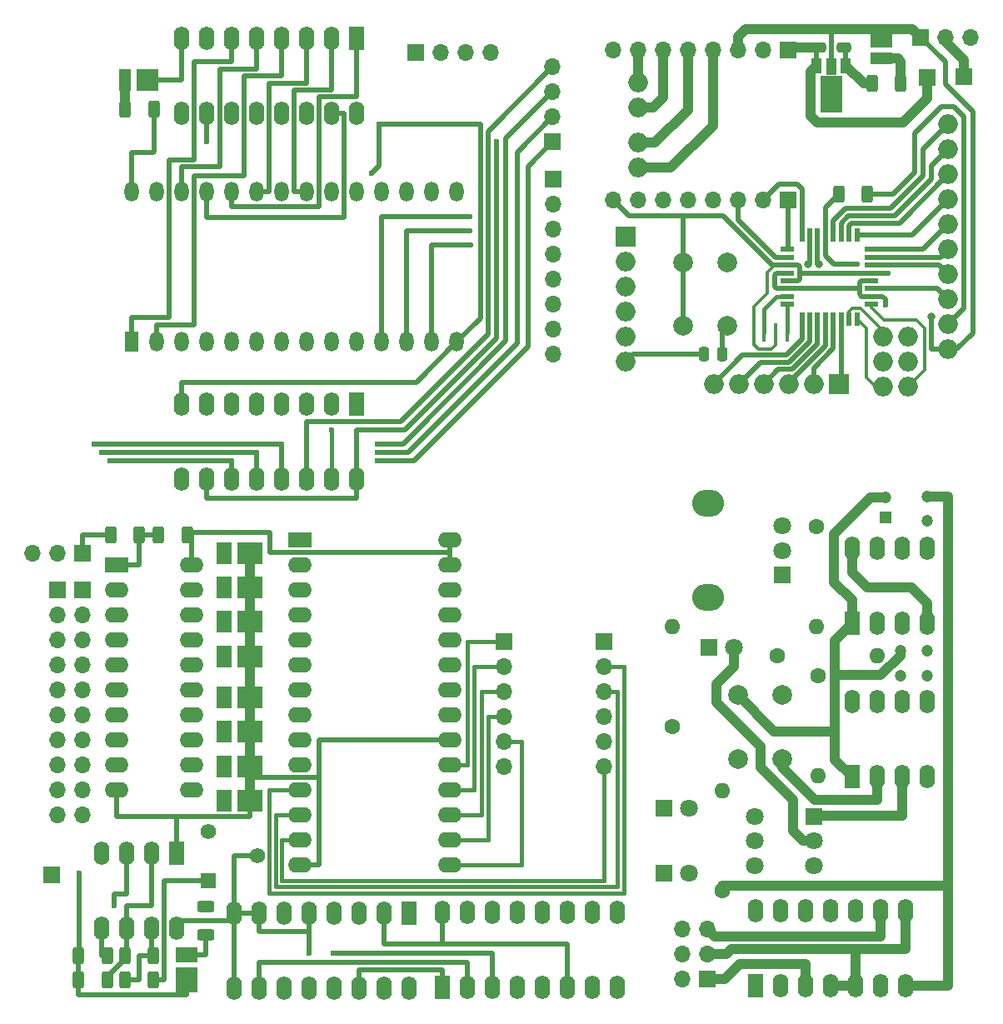
<source format=gbr>
%TF.GenerationSoftware,KiCad,Pcbnew,(6.0.5)*%
%TF.CreationDate,2023-08-07T17:40:20+03:00*%
%TF.ProjectId,JLC3,4a4c4333-2e6b-4696-9361-645f70636258,rev?*%
%TF.SameCoordinates,Original*%
%TF.FileFunction,Copper,L1,Top*%
%TF.FilePolarity,Positive*%
%FSLAX46Y46*%
G04 Gerber Fmt 4.6, Leading zero omitted, Abs format (unit mm)*
G04 Created by KiCad (PCBNEW (6.0.5)) date 2023-08-07 17:40:20*
%MOMM*%
%LPD*%
G01*
G04 APERTURE LIST*
G04 Aperture macros list*
%AMRoundRect*
0 Rectangle with rounded corners*
0 $1 Rounding radius*
0 $2 $3 $4 $5 $6 $7 $8 $9 X,Y pos of 4 corners*
0 Add a 4 corners polygon primitive as box body*
4,1,4,$2,$3,$4,$5,$6,$7,$8,$9,$2,$3,0*
0 Add four circle primitives for the rounded corners*
1,1,$1+$1,$2,$3*
1,1,$1+$1,$4,$5*
1,1,$1+$1,$6,$7*
1,1,$1+$1,$8,$9*
0 Add four rect primitives between the rounded corners*
20,1,$1+$1,$2,$3,$4,$5,0*
20,1,$1+$1,$4,$5,$6,$7,0*
20,1,$1+$1,$6,$7,$8,$9,0*
20,1,$1+$1,$8,$9,$2,$3,0*%
G04 Aperture macros list end*
%TA.AperFunction,ComponentPad*%
%ADD10R,1.700000X1.700000*%
%TD*%
%TA.AperFunction,ComponentPad*%
%ADD11O,1.700000X1.700000*%
%TD*%
%TA.AperFunction,ComponentPad*%
%ADD12C,2.000000*%
%TD*%
%TA.AperFunction,ComponentPad*%
%ADD13R,1.600000X2.400000*%
%TD*%
%TA.AperFunction,ComponentPad*%
%ADD14O,1.600000X2.400000*%
%TD*%
%TA.AperFunction,ComponentPad*%
%ADD15C,1.200000*%
%TD*%
%TA.AperFunction,ComponentPad*%
%ADD16C,1.600000*%
%TD*%
%TA.AperFunction,ComponentPad*%
%ADD17O,1.600000X1.600000*%
%TD*%
%TA.AperFunction,ComponentPad*%
%ADD18R,1.800000X1.800000*%
%TD*%
%TA.AperFunction,ComponentPad*%
%ADD19C,1.800000*%
%TD*%
%TA.AperFunction,SMDPad,CuDef*%
%ADD20RoundRect,0.250000X-0.312500X-0.625000X0.312500X-0.625000X0.312500X0.625000X-0.312500X0.625000X0*%
%TD*%
%TA.AperFunction,ComponentPad*%
%ADD21O,2.000000X2.000000*%
%TD*%
%TA.AperFunction,ComponentPad*%
%ADD22O,2.400000X1.600000*%
%TD*%
%TA.AperFunction,ComponentPad*%
%ADD23R,2.400000X1.600000*%
%TD*%
%TA.AperFunction,ComponentPad*%
%ADD24C,1.560000*%
%TD*%
%TA.AperFunction,ComponentPad*%
%ADD25R,1.560000X1.560000*%
%TD*%
%TA.AperFunction,SMDPad,CuDef*%
%ADD26R,1.550000X2.200000*%
%TD*%
%TA.AperFunction,SMDPad,CuDef*%
%ADD27R,2.500000X2.200000*%
%TD*%
%TA.AperFunction,ComponentPad*%
%ADD28R,1.200000X1.200000*%
%TD*%
%TA.AperFunction,SMDPad,CuDef*%
%ADD29R,0.400000X1.900000*%
%TD*%
%TA.AperFunction,SMDPad,CuDef*%
%ADD30RoundRect,0.250000X0.475000X-0.250000X0.475000X0.250000X-0.475000X0.250000X-0.475000X-0.250000X0*%
%TD*%
%TA.AperFunction,SMDPad,CuDef*%
%ADD31R,1.000000X1.500000*%
%TD*%
%TA.AperFunction,SMDPad,CuDef*%
%ADD32R,1.000000X1.800000*%
%TD*%
%TA.AperFunction,SMDPad,CuDef*%
%ADD33R,2.200000X3.700000*%
%TD*%
%TA.AperFunction,ComponentPad*%
%ADD34R,2.000000X2.000000*%
%TD*%
%TA.AperFunction,SMDPad,CuDef*%
%ADD35R,1.422400X0.508000*%
%TD*%
%TA.AperFunction,SMDPad,CuDef*%
%ADD36R,0.508000X1.422400*%
%TD*%
%TA.AperFunction,SMDPad,CuDef*%
%ADD37R,2.200000X2.200000*%
%TD*%
%TA.AperFunction,SMDPad,CuDef*%
%ADD38R,2.200000X1.250000*%
%TD*%
%TA.AperFunction,SMDPad,CuDef*%
%ADD39RoundRect,0.250000X-0.250000X-0.475000X0.250000X-0.475000X0.250000X0.475000X-0.250000X0.475000X0*%
%TD*%
%TA.AperFunction,SMDPad,CuDef*%
%ADD40RoundRect,0.250000X0.312500X0.625000X-0.312500X0.625000X-0.312500X-0.625000X0.312500X-0.625000X0*%
%TD*%
%TA.AperFunction,SMDPad,CuDef*%
%ADD41R,2.200000X1.550000*%
%TD*%
%TA.AperFunction,SMDPad,CuDef*%
%ADD42R,2.200000X2.500000*%
%TD*%
%TA.AperFunction,ComponentPad*%
%ADD43R,1.440000X2.000000*%
%TD*%
%TA.AperFunction,ComponentPad*%
%ADD44O,1.440000X2.000000*%
%TD*%
%TA.AperFunction,SMDPad,CuDef*%
%ADD45R,1.250000X2.200000*%
%TD*%
%TA.AperFunction,ComponentPad*%
%ADD46O,3.240000X2.720000*%
%TD*%
%TA.AperFunction,SMDPad,CuDef*%
%ADD47RoundRect,0.250000X0.625000X-0.312500X0.625000X0.312500X-0.625000X0.312500X-0.625000X-0.312500X0*%
%TD*%
%TA.AperFunction,ViaPad*%
%ADD48C,0.800000*%
%TD*%
%TA.AperFunction,ViaPad*%
%ADD49C,0.600000*%
%TD*%
%TA.AperFunction,Conductor*%
%ADD50C,1.000000*%
%TD*%
%TA.AperFunction,Conductor*%
%ADD51C,0.500000*%
%TD*%
%TA.AperFunction,Conductor*%
%ADD52C,0.300000*%
%TD*%
%TA.AperFunction,Conductor*%
%ADD53C,0.400000*%
%TD*%
%TA.AperFunction,Conductor*%
%ADD54C,0.390000*%
%TD*%
G04 APERTURE END LIST*
D10*
%TO.P,REF\u002A\u002A,1*%
%TO.N,N/C*%
X125280000Y-127859999D03*
D11*
%TO.P,REF\u002A\u002A,2*%
X122740000Y-127859999D03*
%TO.P,REF\u002A\u002A,3*%
X125280000Y-125319999D03*
%TO.P,REF\u002A\u002A,4*%
X122740000Y-125319999D03*
%TO.P,REF\u002A\u002A,5*%
X125280000Y-122779999D03*
%TO.P,REF\u002A\u002A,6*%
X122740000Y-122779999D03*
%TD*%
D12*
%TO.P,REF\u002A\u002A,1*%
%TO.N,N/C*%
X132870000Y-98989999D03*
X132870000Y-105489999D03*
%TO.P,REF\u002A\u002A,2*%
X128370000Y-98989999D03*
X128370000Y-105489999D03*
%TD*%
D13*
%TO.P,NE555,1*%
%TO.N,N/C*%
X140020000Y-107329999D03*
D14*
%TO.P,NE555,2*%
X142560000Y-107329999D03*
%TO.P,NE555,3*%
X145100000Y-107329999D03*
%TO.P,NE555,4*%
X147640000Y-107329999D03*
%TO.P,NE555,5*%
X147640000Y-99709999D03*
%TO.P,NE555,6*%
X145100000Y-99709999D03*
%TO.P,NE555,7*%
X142560000Y-99709999D03*
%TO.P,NE555,8*%
X140020000Y-99709999D03*
%TD*%
D15*
%TO.P,100nF,1*%
%TO.N,N/C*%
X144920000Y-94529999D03*
%TO.P,100nF,2*%
X144920000Y-97029999D03*
%TD*%
D16*
%TO.P,1M,1*%
%TO.N,N/C*%
X136520000Y-97049999D03*
D17*
%TO.P,1M,2*%
X136520000Y-107209999D03*
%TD*%
D15*
%TO.P,100nF,1*%
%TO.N,N/C*%
X147670000Y-94529999D03*
%TO.P,100nF,2*%
X147670000Y-97029999D03*
%TD*%
D18*
%TO.P,ON,1*%
%TO.N,N/C*%
X120890000Y-117134999D03*
D19*
%TO.P,ON,2*%
X123430000Y-117134999D03*
%TD*%
D18*
%TO.P,ON,1*%
%TO.N,N/C*%
X120915000Y-110509999D03*
D19*
%TO.P,ON,2*%
X123455000Y-110509999D03*
%TD*%
D18*
%TO.P,MODE,1*%
%TO.N,N/C*%
X136140000Y-111359999D03*
D19*
%TO.P,MODE,2*%
X136140000Y-113859999D03*
%TO.P,MODE,3*%
X136140000Y-116359999D03*
%TO.P,MODE,4*%
X130140000Y-111359999D03*
%TO.P,MODE,5*%
X130140000Y-113859999D03*
%TO.P,MODE,6*%
X130140000Y-116359999D03*
%TD*%
D17*
%TO.P,220R,2*%
%TO.N,N/C*%
X126790000Y-108754999D03*
D16*
%TO.P,220R,1*%
X126790000Y-118914999D03*
%TD*%
D20*
%TO.P,100nF,1*%
%TO.N,N/C*%
X69507500Y-82722500D03*
%TO.P,100nF,2*%
X72432500Y-82722500D03*
%TD*%
D21*
%TO.P,J2,1,Pin_1*%
%TO.N,N/C*%
X143169294Y-62558292D03*
%TO.P,J2,2,Pin_2*%
X145709294Y-62558292D03*
%TO.P,J2,3,Pin_3*%
X143169294Y-65098292D03*
%TO.P,J2,4,Pin_4*%
X145709294Y-65098292D03*
%TO.P,J2,5,Pin_5*%
X143169294Y-67638292D03*
%TO.P,J2,6,Pin_6*%
X145709294Y-67638292D03*
%TD*%
%TO.P,J4,1,Pin_1*%
%TO.N,N/C*%
X118247893Y-39282893D03*
%TO.P,J4,2,Pin_2*%
X118247893Y-36742893D03*
%TD*%
%TO.P,J3,1,Pin_1*%
%TO.N,N/C*%
X118247893Y-45432893D03*
%TO.P,J3,2,Pin_2*%
X118247893Y-42892893D03*
%TD*%
D10*
%TO.P,REF\u002A\u002A,1*%
%TO.N,N/C*%
X95620000Y-33715000D03*
D11*
%TO.P,REF\u002A\u002A,2*%
X98160000Y-33715000D03*
%TO.P,REF\u002A\u002A,3*%
X100700000Y-33715000D03*
%TO.P,REF\u002A\u002A,4*%
X103240000Y-33715000D03*
%TD*%
D13*
%TO.P,NE555,1*%
%TO.N,N/C*%
X140010000Y-91719999D03*
D14*
%TO.P,NE555,2*%
X142550000Y-91719999D03*
%TO.P,NE555,3*%
X145090000Y-91719999D03*
%TO.P,NE555,4*%
X147630000Y-91719999D03*
%TO.P,NE555,5*%
X147630000Y-84099999D03*
%TO.P,NE555,6*%
X145090000Y-84099999D03*
%TO.P,NE555,7*%
X142550000Y-84099999D03*
%TO.P,NE555,8*%
X140010000Y-84099999D03*
%TD*%
D22*
%TO.P,74LS574,20*%
%TO.N,N/C*%
X72875000Y-85830000D03*
%TO.P,74LS574,19*%
X72875000Y-88370000D03*
%TO.P,74LS574,18*%
X72875000Y-90910000D03*
%TO.P,74LS574,17*%
X72875000Y-93450000D03*
%TO.P,74LS574,16*%
X72875000Y-95990000D03*
%TO.P,74LS574,15*%
X72875000Y-98530000D03*
%TO.P,74LS574,14*%
X72875000Y-101070000D03*
%TO.P,74LS574,13*%
X72875000Y-103610000D03*
%TO.P,74LS574,12*%
X72875000Y-106150000D03*
%TO.P,74LS574,11*%
X72875000Y-108690000D03*
%TO.P,74LS574,10*%
X65255000Y-108690000D03*
%TO.P,74LS574,9*%
X65255000Y-106150000D03*
%TO.P,74LS574,8*%
X65255000Y-103610000D03*
%TO.P,74LS574,7*%
X65255000Y-101070000D03*
%TO.P,74LS574,6*%
X65255000Y-98530000D03*
%TO.P,74LS574,5*%
X65255000Y-95990000D03*
%TO.P,74LS574,4*%
X65255000Y-93450000D03*
%TO.P,74LS574,3*%
X65255000Y-90910000D03*
%TO.P,74LS574,2*%
X65255000Y-88370000D03*
D23*
%TO.P,74LS574,1*%
X65255000Y-85830000D03*
%TD*%
D14*
%TO.P,74LS138,16*%
%TO.N,N/C*%
X98357143Y-121145455D03*
%TO.P,74LS138,15*%
X100897143Y-121145455D03*
%TO.P,74LS138,14*%
X103437143Y-121145455D03*
%TO.P,74LS138,13*%
X105977143Y-121145455D03*
%TO.P,74LS138,12*%
X108517143Y-121145455D03*
%TO.P,74LS138,11*%
X111057143Y-121145455D03*
%TO.P,74LS138,10*%
X113597143Y-121145455D03*
%TO.P,74LS138,9*%
X116137143Y-121145455D03*
%TO.P,74LS138,8*%
X116137143Y-128765455D03*
%TO.P,74LS138,7*%
X113597143Y-128765455D03*
%TO.P,74LS138,6*%
X111057143Y-128765455D03*
%TO.P,74LS138,5*%
X108517143Y-128765455D03*
%TO.P,74LS138,4*%
X105977143Y-128765455D03*
%TO.P,74LS138,3*%
X103437143Y-128765455D03*
%TO.P,74LS138,2*%
X100897143Y-128765455D03*
D13*
%TO.P,74LS138,1*%
X98357143Y-128765455D03*
%TD*%
%TO.P,74LS00,1*%
%TO.N,N/C*%
X130195000Y-128529999D03*
D14*
%TO.P,74LS00,2*%
X132735000Y-128529999D03*
%TO.P,74LS00,3*%
X135275000Y-128529999D03*
%TO.P,74LS00,4*%
X137815000Y-128529999D03*
%TO.P,74LS00,5*%
X140355000Y-128529999D03*
%TO.P,74LS00,6*%
X142895000Y-128529999D03*
%TO.P,74LS00,7*%
X145435000Y-128529999D03*
%TO.P,74LS00,8*%
X145435000Y-120909999D03*
%TO.P,74LS00,9*%
X142895000Y-120909999D03*
%TO.P,74LS00,10*%
X140355000Y-120909999D03*
%TO.P,74LS00,11*%
X137815000Y-120909999D03*
%TO.P,74LS00,12*%
X135275000Y-120909999D03*
%TO.P,74LS00,13*%
X132735000Y-120909999D03*
%TO.P,74LS00,14*%
X130195000Y-120909999D03*
%TD*%
D20*
%TO.P,1K,2*%
%TO.N,N/C*%
X69009643Y-127974546D03*
%TO.P,1K,1*%
X66084643Y-127974546D03*
%TD*%
D22*
%TO.P,28C64,28*%
%TO.N,N/C*%
X99145000Y-83285000D03*
%TO.P,28C64,27*%
X99145000Y-85825000D03*
%TO.P,28C64,26*%
X99145000Y-88365000D03*
%TO.P,28C64,25*%
X99145000Y-90905000D03*
%TO.P,28C64,24*%
X99145000Y-93445000D03*
%TO.P,28C64,23*%
X99145000Y-95985000D03*
%TO.P,28C64,22*%
X99145000Y-98525000D03*
%TO.P,28C64,21*%
X99145000Y-101065000D03*
%TO.P,28C64,20*%
X99145000Y-103605000D03*
%TO.P,28C64,19*%
X99145000Y-106145000D03*
%TO.P,28C64,18*%
X99145000Y-108685000D03*
%TO.P,28C64,17*%
X99145000Y-111225000D03*
%TO.P,28C64,16*%
X99145000Y-113765000D03*
%TO.P,28C64,15*%
X99145000Y-116305000D03*
%TO.P,28C64,14*%
X83905000Y-116305000D03*
%TO.P,28C64,13*%
X83905000Y-113765000D03*
%TO.P,28C64,12*%
X83905000Y-111225000D03*
%TO.P,28C64,11*%
X83905000Y-108685000D03*
%TO.P,28C64,10*%
X83905000Y-106145000D03*
%TO.P,28C64,9*%
X83905000Y-103605000D03*
%TO.P,28C64,8*%
X83905000Y-101065000D03*
%TO.P,28C64,7*%
X83905000Y-98525000D03*
%TO.P,28C64,6*%
X83905000Y-95985000D03*
%TO.P,28C64,5*%
X83905000Y-93445000D03*
%TO.P,28C64,4*%
X83905000Y-90905000D03*
%TO.P,28C64,3*%
X83905000Y-88365000D03*
%TO.P,28C64,2*%
X83905000Y-85825000D03*
D23*
%TO.P,28C64,1*%
X83905000Y-83285000D03*
%TD*%
D24*
%TO.P,1M,3*%
%TO.N,N/C*%
X74587143Y-112854546D03*
%TO.P,1M,2*%
X79587143Y-115354546D03*
D25*
%TO.P,1M,1*%
X74587143Y-117854546D03*
%TD*%
D18*
%TO.P,ON,1*%
%TO.N,N/C*%
X125485000Y-94139999D03*
D19*
%TO.P,ON,2*%
X128025000Y-94139999D03*
%TD*%
D20*
%TO.P,10nF,2*%
%TO.N,N/C*%
X64289643Y-125494546D03*
%TO.P,10nF,1*%
X61364643Y-125494546D03*
%TD*%
%TO.P,REF\u002A\u002A,1*%
%TO.N,N/C*%
X66127500Y-39470000D03*
%TO.P,REF\u002A\u002A,2*%
X69052500Y-39470000D03*
%TD*%
D14*
%TO.P,74LS76,16*%
%TO.N,N/C*%
X94990000Y-128770000D03*
%TO.P,74LS76,15*%
X92450000Y-128770000D03*
%TO.P,74LS76,14*%
X89910000Y-128770000D03*
%TO.P,74LS76,13*%
X87370000Y-128770000D03*
%TO.P,74LS76,12*%
X84830000Y-128770000D03*
%TO.P,74LS76,11*%
X82290000Y-128770000D03*
%TO.P,74LS76,10*%
X79750000Y-128770000D03*
%TO.P,74LS76,9*%
X77210000Y-128770000D03*
%TO.P,74LS76,8*%
X77210000Y-121150000D03*
%TO.P,74LS76,7*%
X79750000Y-121150000D03*
%TO.P,74LS76,6*%
X82290000Y-121150000D03*
%TO.P,74LS76,5*%
X84830000Y-121150000D03*
%TO.P,74LS76,4*%
X87370000Y-121150000D03*
%TO.P,74LS76,3*%
X89910000Y-121150000D03*
%TO.P,74LS76,2*%
X92450000Y-121150000D03*
D13*
%TO.P,74LS76,1*%
X94990000Y-121150000D03*
%TD*%
D10*
%TO.P,REF\u002A\u002A,1*%
%TO.N,N/C*%
X109565000Y-42810000D03*
D11*
%TO.P,REF\u002A\u002A,2*%
X109565000Y-40270000D03*
%TO.P,REF\u002A\u002A,3*%
X109565000Y-37730000D03*
%TO.P,REF\u002A\u002A,4*%
X109565000Y-35190000D03*
%TD*%
D26*
%TO.P,REF\u002A\u002A,2*%
%TO.N,N/C*%
X76205000Y-102770000D03*
D27*
%TO.P,REF\u002A\u002A,1*%
X78780000Y-102770000D03*
%TD*%
D28*
%TO.P,1uF,1*%
%TO.N,N/C*%
X143396300Y-80972598D03*
D15*
%TO.P,1uF,2*%
X143396300Y-78972598D03*
%TD*%
D10*
%TO.P,D_IN,1*%
%TO.N,N/C*%
X58630000Y-117312500D03*
%TD*%
D16*
%TO.P,1K,1*%
%TO.N,N/C*%
X136410000Y-81939999D03*
D17*
%TO.P,1K,2*%
X136410000Y-92099999D03*
%TD*%
D26*
%TO.P,REF\u002A\u002A,2*%
%TO.N,N/C*%
X76205000Y-88070000D03*
D27*
%TO.P,REF\u002A\u002A,1*%
X78780000Y-88070000D03*
%TD*%
D15*
%TO.P,100nF,1*%
%TO.N,N/C*%
X147646300Y-81349999D03*
%TO.P,100nF,2*%
X147646300Y-78849999D03*
%TD*%
D26*
%TO.P,REF\u002A\u002A,2*%
%TO.N,N/C*%
X76205000Y-91570000D03*
D27*
%TO.P,REF\u002A\u002A,1*%
X78780000Y-91570000D03*
%TD*%
D29*
%TO.P,Y1,1,1*%
%TO.N,N/C*%
X131012893Y-62192893D03*
%TO.P,Y1,2,2*%
X132212893Y-62192893D03*
%TO.P,Y1,3,3*%
X133412893Y-62192893D03*
%TD*%
D10*
%TO.P,SW2,1,Pin_1*%
%TO.N,N/C*%
X146977893Y-32182893D03*
D11*
%TO.P,SW2,2,Pin_2*%
X149517893Y-32182893D03*
%TO.P,SW2,3,Pin_3*%
X152057893Y-32182893D03*
%TD*%
D10*
%TO.P,U3,1,V_Mot*%
%TO.N,N/C*%
X133480393Y-33492893D03*
D11*
%TO.P,U3,2,VCC*%
X130940393Y-33492893D03*
%TO.P,U3,3,GND*%
X128400393Y-33492893D03*
%TO.P,U3,4,A1*%
X125860393Y-33492893D03*
%TO.P,U3,5,A2*%
X123320393Y-33492893D03*
%TO.P,U3,6,B2*%
X120780393Y-33492893D03*
%TO.P,U3,7,B1*%
X118240393Y-33492893D03*
%TO.P,U3,8,GND*%
X115700393Y-33492893D03*
%TO.P,U3,9,GND*%
X115715393Y-48742893D03*
%TO.P,U3,10,PWMB*%
X118255393Y-48742893D03*
%TO.P,U3,11,BIN2*%
X120795393Y-48742893D03*
%TO.P,U3,12,BIN1*%
X123335393Y-48742893D03*
%TO.P,U3,13,STBY*%
X125875393Y-48742893D03*
%TO.P,U3,14,AIN1*%
X128415393Y-48742893D03*
%TO.P,U3,15,AIN2*%
X130955393Y-48742893D03*
D10*
%TO.P,U3,16,PWMA*%
X133495393Y-48742893D03*
%TD*%
D30*
%TO.P,C1,1*%
%TO.N,N/C*%
X136592893Y-33242893D03*
%TO.P,C1,2*%
X136592893Y-31342893D03*
%TD*%
D10*
%TO.P,J8,1,Pin_1*%
%TO.N,N/C*%
X147652893Y-36232893D03*
%TD*%
D31*
%TO.P,U2,1,VO*%
%TO.N,N/C*%
X139362893Y-35052893D03*
D32*
%TO.P,U2,2,GND*%
X137862893Y-35202893D03*
D33*
X137862893Y-37952893D03*
D31*
%TO.P,U2,3,VI*%
X136362893Y-35052893D03*
%TD*%
D34*
%TO.P,J6,1,Pin_1*%
%TO.N,N/C*%
X138632893Y-67402893D03*
D21*
%TO.P,J6,2,Pin_2*%
X136092893Y-67402893D03*
%TO.P,J6,3,Pin_3*%
X133552893Y-67402893D03*
%TO.P,J6,4,Pin_4*%
X131012893Y-67402893D03*
%TO.P,J6,5,Pin_5*%
X128472893Y-67402893D03*
%TO.P,J6,6,Pin_6*%
X125932893Y-67402893D03*
%TD*%
D34*
%TO.P,J1,1,Pin_1*%
%TO.N,N/C*%
X117014294Y-52413292D03*
D21*
%TO.P,J1,2,Pin_2*%
X117014294Y-54953292D03*
%TO.P,J1,3,Pin_3*%
X117014294Y-57493292D03*
%TO.P,J1,4,Pin_4*%
X117014294Y-60033292D03*
%TO.P,J1,5,Pin_5*%
X117014294Y-62573292D03*
%TO.P,J1,6,Pin_6*%
X117014294Y-65113292D03*
%TD*%
D10*
%TO.P,J9,1,Pin_1*%
%TO.N,N/C*%
X151372893Y-36202893D03*
%TD*%
D12*
%TO.P,SW1,2,2*%
%TO.N,N/C*%
X127289294Y-55038292D03*
X127289294Y-61538292D03*
%TO.P,SW1,1,1*%
X122789294Y-61538292D03*
X122789294Y-55038292D03*
%TD*%
D21*
%TO.P,J5,1,Pin_1*%
%TO.N,N/C*%
X149747893Y-41027893D03*
%TO.P,J5,2,Pin_2*%
X149747893Y-43567893D03*
%TO.P,J5,3,Pin_3*%
X149747893Y-46107893D03*
%TO.P,J5,4,Pin_4*%
X149747893Y-48647893D03*
%TO.P,J5,5,Pin_5*%
X149747893Y-51187893D03*
%TO.P,J5,6,Pin_6*%
X149747893Y-53727893D03*
%TO.P,J5,7,Pin_7*%
X149747893Y-56267893D03*
%TO.P,J5,8,Pin_8*%
X149747893Y-58807893D03*
%TO.P,J5,9,Pin_9*%
X149747893Y-61347893D03*
%TO.P,J5,10,Pin_10*%
X149747893Y-63887893D03*
%TD*%
D35*
%TO.P,U1,1,~PD3*%
%TO.N,N/C*%
X133422093Y-53722893D03*
%TO.P,U1,2,PD4*%
X133422093Y-54522891D03*
%TO.P,U1,3,GND*%
X133422093Y-55322892D03*
%TO.P,U1,4,VCC*%
X133422093Y-56122893D03*
%TO.P,U1,5,GND*%
X133422093Y-56922891D03*
%TO.P,U1,6,VCC*%
X133422093Y-57722892D03*
%TO.P,U1,7,XTAL1/PB6*%
X133422093Y-58522891D03*
%TO.P,U1,8,XTAL2/PB7*%
X133422093Y-59322891D03*
D36*
%TO.P,U1,9,~PD5*%
X134889294Y-60790092D03*
%TO.P,U1,10,~PD6*%
X135689292Y-60790092D03*
%TO.P,U1,11,PD7*%
X136489293Y-60790092D03*
%TO.P,U1,12,PB0*%
X137289294Y-60790092D03*
%TO.P,U1,13,~PB1*%
X138089292Y-60790092D03*
%TO.P,U1,14,~PB2*%
X138889293Y-60790092D03*
%TO.P,U1,15,~PB3*%
X139689292Y-60790092D03*
%TO.P,U1,16,PB4*%
X140489292Y-60790092D03*
D35*
%TO.P,U1,17,PB5*%
X141956493Y-59322891D03*
%TO.P,U1,18,AVCC*%
X141956493Y-58522893D03*
%TO.P,U1,19,ADC6*%
X141956493Y-57722892D03*
%TO.P,U1,20,AREF*%
X141956493Y-56922891D03*
%TO.P,U1,21,GND*%
X141956493Y-56122893D03*
%TO.P,U1,22,ADC7*%
X141956493Y-55322892D03*
%TO.P,U1,23,A0/PC0*%
X141956493Y-54522893D03*
%TO.P,U1,24,A1/PC1*%
X141956493Y-53722893D03*
D36*
%TO.P,U1,25,A2/PC2*%
X140489292Y-52255692D03*
%TO.P,U1,26,A3/PC3*%
X139689294Y-52255692D03*
%TO.P,U1,27,A4/PC4*%
X138889293Y-52255692D03*
%TO.P,U1,28,A5/PC5*%
X138089292Y-52255692D03*
%TO.P,U1,29,~{RESET}/PC6*%
X137289294Y-52255692D03*
%TO.P,U1,30,RX/PD0*%
X136489293Y-52255692D03*
%TO.P,U1,31,TX/PD1*%
X135689294Y-52255692D03*
%TO.P,U1,32,PD2*%
X134889294Y-52255692D03*
%TD*%
D37*
%TO.P,D1,1,K*%
%TO.N,N/C*%
X143002893Y-32082893D03*
D38*
%TO.P,D1,2,A*%
X143002893Y-34357893D03*
%TD*%
D39*
%TO.P,C3,1*%
%TO.N,N/C*%
X124902893Y-64372893D03*
%TO.P,C3,2*%
X126802893Y-64372893D03*
%TD*%
D20*
%TO.P,R1,1*%
%TO.N,N/C*%
X138640393Y-48132893D03*
%TO.P,R1,2*%
X141565393Y-48132893D03*
%TD*%
D30*
%TO.P,C2,1*%
%TO.N,N/C*%
X139122893Y-33242893D03*
%TO.P,C2,2*%
X139122893Y-31342893D03*
%TD*%
D40*
%TO.P,R2,1*%
%TO.N,N/C*%
X144945393Y-36882893D03*
%TO.P,R2,2*%
X142020393Y-36882893D03*
%TD*%
D14*
%TO.P,NE555,8*%
%TO.N,N/C*%
X71357143Y-122714546D03*
%TO.P,NE555,7*%
X68817143Y-122714546D03*
%TO.P,NE555,6*%
X66277143Y-122714546D03*
%TO.P,NE555,5*%
X63737143Y-122714546D03*
%TO.P,NE555,4*%
X63737143Y-115094546D03*
%TO.P,NE555,3*%
X66277143Y-115094546D03*
%TO.P,NE555,2*%
X68817143Y-115094546D03*
D13*
%TO.P,NE555,1*%
X71357143Y-115094546D03*
%TD*%
D11*
%TO.P,BUS,10*%
%TO.N,N/C*%
X59225000Y-111225000D03*
%TO.P,BUS,9*%
X59225000Y-108685000D03*
%TO.P,BUS,8*%
X59225000Y-106145000D03*
%TO.P,BUS,7*%
X59225000Y-103605000D03*
%TO.P,BUS,6*%
X59225000Y-101065000D03*
%TO.P,BUS,5*%
X59225000Y-98525000D03*
%TO.P,BUS,4*%
X59225000Y-95985000D03*
%TO.P,BUS,3*%
X59225000Y-93445000D03*
%TO.P,BUS,2*%
X59225000Y-90905000D03*
D10*
%TO.P,BUS,1*%
X59225000Y-88365000D03*
%TD*%
D41*
%TO.P,CLK,2*%
%TO.N,N/C*%
X72367143Y-125389546D03*
D42*
%TO.P,CLK,1*%
X72367143Y-127964546D03*
%TD*%
D43*
%TO.P,EEPROM SOCKET,1*%
%TO.N,N/C*%
X66810000Y-63120000D03*
D44*
%TO.P,EEPROM SOCKET,2*%
X69350000Y-63120000D03*
%TO.P,EEPROM SOCKET,3*%
X71890000Y-63120000D03*
%TO.P,EEPROM SOCKET,4*%
X74430000Y-63120000D03*
%TO.P,EEPROM SOCKET,5*%
X76970000Y-63120000D03*
%TO.P,EEPROM SOCKET,6*%
X79510000Y-63120000D03*
%TO.P,EEPROM SOCKET,7*%
X82050000Y-63120000D03*
%TO.P,EEPROM SOCKET,8*%
X84590000Y-63120000D03*
%TO.P,EEPROM SOCKET,9*%
X87130000Y-63120000D03*
%TO.P,EEPROM SOCKET,10*%
X89670000Y-63120000D03*
%TO.P,EEPROM SOCKET,11*%
X92210000Y-63120000D03*
%TO.P,EEPROM SOCKET,12*%
X94750000Y-63120000D03*
%TO.P,EEPROM SOCKET,13*%
X97290000Y-63120000D03*
%TO.P,EEPROM SOCKET,14*%
X99830000Y-63120000D03*
%TO.P,EEPROM SOCKET,15*%
X99830000Y-47880000D03*
%TO.P,EEPROM SOCKET,16*%
X97290000Y-47880000D03*
%TO.P,EEPROM SOCKET,17*%
X94750000Y-47880000D03*
%TO.P,EEPROM SOCKET,18*%
X92210000Y-47880000D03*
%TO.P,EEPROM SOCKET,19*%
X89670000Y-47880000D03*
%TO.P,EEPROM SOCKET,20*%
X87130000Y-47880000D03*
%TO.P,EEPROM SOCKET,21*%
X84590000Y-47880000D03*
%TO.P,EEPROM SOCKET,22*%
X82050000Y-47880000D03*
%TO.P,EEPROM SOCKET,23*%
X79510000Y-47880000D03*
%TO.P,EEPROM SOCKET,24*%
X76970000Y-47880000D03*
%TO.P,EEPROM SOCKET,25*%
X74430000Y-47880000D03*
%TO.P,EEPROM SOCKET,26*%
X71890000Y-47880000D03*
%TO.P,EEPROM SOCKET,27*%
X69350000Y-47880000D03*
%TO.P,EEPROM SOCKET,28*%
X66810000Y-47880000D03*
%TD*%
D26*
%TO.P,REF\u002A\u002A,2*%
%TO.N,N/C*%
X76205000Y-106270000D03*
D27*
%TO.P,REF\u002A\u002A,1*%
X78780000Y-106270000D03*
%TD*%
D20*
%TO.P,10k,2*%
%TO.N,N/C*%
X67542500Y-82750000D03*
%TO.P,10k,1*%
X64617500Y-82750000D03*
%TD*%
D37*
%TO.P,REF\u002A\u002A,1*%
%TO.N,N/C*%
X68402500Y-36487500D03*
D45*
%TO.P,REF\u002A\u002A,2*%
X66127500Y-36487500D03*
%TD*%
D46*
%TO.P,1M,*%
%TO.N,*%
X125375000Y-79519999D03*
X125375000Y-89119999D03*
D18*
%TO.P,1M,1*%
%TO.N,N/C*%
X132875000Y-86819999D03*
D19*
%TO.P,1M,2*%
X132875000Y-84319999D03*
%TO.P,1M,3*%
X132875000Y-81819999D03*
%TD*%
D20*
%TO.P,100K,2*%
%TO.N,N/C*%
X69009643Y-125484546D03*
%TO.P,100K,1*%
X66084643Y-125484546D03*
%TD*%
D10*
%TO.P,REF\u002A\u002A,1*%
%TO.N,N/C*%
X109600000Y-46592500D03*
D11*
%TO.P,REF\u002A\u002A,2*%
X109600000Y-49132500D03*
%TO.P,REF\u002A\u002A,3*%
X109600000Y-51672500D03*
%TO.P,REF\u002A\u002A,4*%
X109600000Y-54212500D03*
%TO.P,REF\u002A\u002A,5*%
X109600000Y-56752500D03*
%TO.P,REF\u002A\u002A,6*%
X109600000Y-59292500D03*
%TO.P,REF\u002A\u002A,7*%
X109600000Y-61832500D03*
%TO.P,REF\u002A\u002A,8*%
X109600000Y-64372500D03*
%TD*%
D47*
%TO.P,1K,2*%
%TO.N,N/C*%
X74287143Y-120472046D03*
%TO.P,1K,1*%
X74287143Y-123397046D03*
%TD*%
D11*
%TO.P,Mode,3*%
%TO.N,N/C*%
X56675000Y-84605000D03*
%TO.P,Mode,2*%
X59215000Y-84605000D03*
D10*
%TO.P,Mode,1*%
X61755000Y-84605000D03*
%TD*%
D13*
%TO.P,74HC595,1*%
%TO.N,N/C*%
X89670000Y-69427500D03*
D14*
%TO.P,74HC595,2*%
X87130000Y-69427500D03*
%TO.P,74HC595,3*%
X84590000Y-69427500D03*
%TO.P,74HC595,4*%
X82050000Y-69427500D03*
%TO.P,74HC595,5*%
X79510000Y-69427500D03*
%TO.P,74HC595,6*%
X76970000Y-69427500D03*
%TO.P,74HC595,7*%
X74430000Y-69427500D03*
%TO.P,74HC595,8*%
X71890000Y-69427500D03*
%TO.P,74HC595,9*%
X71890000Y-77047500D03*
%TO.P,74HC595,10*%
X74430000Y-77047500D03*
%TO.P,74HC595,11*%
X76970000Y-77047500D03*
%TO.P,74HC595,12*%
X79510000Y-77047500D03*
%TO.P,74HC595,13*%
X82050000Y-77047500D03*
%TO.P,74HC595,14*%
X84590000Y-77047500D03*
%TO.P,74HC595,15*%
X87130000Y-77047500D03*
%TO.P,74HC595,16*%
X89670000Y-77047500D03*
%TD*%
D11*
%TO.P,BUS,10*%
%TO.N,N/C*%
X61775000Y-111235000D03*
%TO.P,BUS,9*%
X61775000Y-108695000D03*
%TO.P,BUS,8*%
X61775000Y-106155000D03*
%TO.P,BUS,7*%
X61775000Y-103615000D03*
%TO.P,BUS,6*%
X61775000Y-101075000D03*
%TO.P,BUS,5*%
X61775000Y-98535000D03*
%TO.P,BUS,4*%
X61775000Y-95995000D03*
%TO.P,BUS,3*%
X61775000Y-93455000D03*
%TO.P,BUS,2*%
X61775000Y-90915000D03*
D10*
%TO.P,BUS,1*%
X61775000Y-88375000D03*
%TD*%
D16*
%TO.P,100K,1*%
%TO.N,N/C*%
X132390000Y-94986299D03*
D17*
%TO.P,100K,2*%
X142550000Y-94986299D03*
%TD*%
D26*
%TO.P,REF\u002A\u002A,2*%
%TO.N,N/C*%
X76205000Y-99270000D03*
D27*
%TO.P,REF\u002A\u002A,1*%
X78780000Y-99270000D03*
%TD*%
D26*
%TO.P,REF\u002A\u002A,2*%
%TO.N,N/C*%
X76205000Y-84570000D03*
D27*
%TO.P,REF\u002A\u002A,1*%
X78780000Y-84570000D03*
%TD*%
D26*
%TO.P,REF\u002A\u002A,2*%
%TO.N,N/C*%
X76205000Y-109770000D03*
D27*
%TO.P,REF\u002A\u002A,1*%
X78780000Y-109770000D03*
%TD*%
D13*
%TO.P,74HC595,1*%
%TO.N,N/C*%
X89670000Y-32270000D03*
D14*
%TO.P,74HC595,2*%
X87130000Y-32270000D03*
%TO.P,74HC595,3*%
X84590000Y-32270000D03*
%TO.P,74HC595,4*%
X82050000Y-32270000D03*
%TO.P,74HC595,5*%
X79510000Y-32270000D03*
%TO.P,74HC595,6*%
X76970000Y-32270000D03*
%TO.P,74HC595,7*%
X74430000Y-32270000D03*
%TO.P,74HC595,8*%
X71890000Y-32270000D03*
%TO.P,74HC595,9*%
X71890000Y-39890000D03*
%TO.P,74HC595,10*%
X74430000Y-39890000D03*
%TO.P,74HC595,11*%
X76970000Y-39890000D03*
%TO.P,74HC595,12*%
X79510000Y-39890000D03*
%TO.P,74HC595,13*%
X82050000Y-39890000D03*
%TO.P,74HC595,14*%
X84590000Y-39890000D03*
%TO.P,74HC595,15*%
X87130000Y-39890000D03*
%TO.P,74HC595,16*%
X89670000Y-39890000D03*
%TD*%
D11*
%TO.P,REF\u002A\u002A,6*%
%TO.N,N/C*%
X104600000Y-106275000D03*
%TO.P,REF\u002A\u002A,5*%
X104600000Y-103735000D03*
%TO.P,REF\u002A\u002A,4*%
X104600000Y-101195000D03*
%TO.P,REF\u002A\u002A,3*%
X104600000Y-98655000D03*
%TO.P,REF\u002A\u002A,2*%
X104600000Y-96115000D03*
D10*
%TO.P,REF\u002A\u002A,1*%
X104600000Y-93575000D03*
%TD*%
%TO.P,REF\u002A\u002A,12*%
%TO.N,N/C*%
X114750000Y-93575000D03*
D11*
%TO.P,REF\u002A\u002A,11*%
X114750000Y-96115000D03*
%TO.P,REF\u002A\u002A,10*%
X114750000Y-98655000D03*
%TO.P,REF\u002A\u002A,9*%
X114750000Y-101195000D03*
%TO.P,REF\u002A\u002A,8*%
X114750000Y-103735000D03*
%TO.P,REF\u002A\u002A,7*%
X114750000Y-106275000D03*
%TD*%
D20*
%TO.P,10nF,2*%
%TO.N,N/C*%
X64289643Y-127964546D03*
%TO.P,10nF,1*%
X61364643Y-127964546D03*
%TD*%
D26*
%TO.P,REF\u002A\u002A,2*%
%TO.N,N/C*%
X76205000Y-95070000D03*
D27*
%TO.P,REF\u002A\u002A,1*%
X78780000Y-95070000D03*
%TD*%
D16*
%TO.P,220R,1*%
%TO.N,N/C*%
X121760000Y-102199999D03*
D17*
%TO.P,220R,2*%
X121760000Y-92039999D03*
%TD*%
D48*
%TO.N,*%
X72367143Y-127964546D03*
D49*
X91190000Y-46030000D03*
D48*
X139122893Y-33242893D03*
X136662893Y-55252893D03*
X143002893Y-32082893D03*
D49*
X140512893Y-55252893D03*
X143612893Y-56122893D03*
D48*
X148052893Y-60532893D03*
X141565393Y-48132893D03*
X135532893Y-55232893D03*
D49*
X143392893Y-59392893D03*
X82050000Y-73480000D03*
X101130000Y-50447500D03*
X101240000Y-53307500D03*
X74287143Y-120434546D03*
X76205000Y-106270000D03*
X101190000Y-51877500D03*
X87130000Y-72090000D03*
X62970000Y-73480000D03*
X76205000Y-102770000D03*
X63750000Y-74370000D03*
X76205000Y-99270000D03*
X64977143Y-120434546D03*
X79510000Y-74370000D03*
X91730000Y-75210000D03*
X87240000Y-125290000D03*
X64560000Y-75220000D03*
X76205000Y-95070000D03*
X91720000Y-73490000D03*
X84830000Y-125240000D03*
X91730000Y-74380000D03*
X76205000Y-109770000D03*
X76205000Y-88070000D03*
X76205000Y-84570000D03*
X61407143Y-117164546D03*
X74420000Y-42750000D03*
X76970000Y-75200000D03*
X103840000Y-42750000D03*
X76205000Y-91570000D03*
X91950000Y-41000000D03*
%TD*%
D50*
%TO.N,*%
X126790000Y-118419999D02*
X149780000Y-118419999D01*
X126790000Y-118914999D02*
X126790000Y-118419999D01*
X149780000Y-118499999D02*
X149780000Y-128529999D01*
X149780000Y-78849999D02*
X149780000Y-118499999D01*
X149780000Y-118419999D02*
X149780000Y-118499999D01*
X149780000Y-128529999D02*
X145435000Y-128529999D01*
X147646300Y-78849999D02*
X149780000Y-78849999D01*
X142895000Y-123549999D02*
X142895000Y-120909999D01*
X126050000Y-123549999D02*
X142895000Y-123549999D01*
X125280000Y-122779999D02*
X126050000Y-123549999D01*
X127220000Y-125319999D02*
X125280000Y-125319999D01*
X127230000Y-125329999D02*
X127220000Y-125319999D01*
X127700000Y-124859999D02*
X127230000Y-125329999D01*
X140355000Y-124859999D02*
X127700000Y-124859999D01*
X127090000Y-127859999D02*
X125280000Y-127859999D01*
X135275000Y-126329999D02*
X128620000Y-126329999D01*
X128620000Y-126329999D02*
X127090000Y-127859999D01*
X135275000Y-128529999D02*
X135275000Y-126329999D01*
X137815000Y-128529999D02*
X140355000Y-128529999D01*
X140355000Y-124859999D02*
X140355000Y-128529999D01*
X145435000Y-124859999D02*
X140355000Y-124859999D01*
X145435000Y-120909999D02*
X145435000Y-124859999D01*
X132080000Y-102699999D02*
X138270000Y-102699999D01*
X128370000Y-98989999D02*
X132080000Y-102699999D01*
X138270000Y-105579999D02*
X138270000Y-102699999D01*
X138270000Y-102699999D02*
X138270000Y-98989999D01*
X135000000Y-113859999D02*
X136140000Y-113859999D01*
X133980000Y-112839999D02*
X135000000Y-113859999D01*
X133980000Y-109659999D02*
X133980000Y-112839999D01*
X126220000Y-99799999D02*
X130710000Y-104289999D01*
X130710000Y-104289999D02*
X130710000Y-106389999D01*
X126220000Y-97929999D02*
X126220000Y-99799999D01*
X130710000Y-106389999D02*
X133980000Y-109659999D01*
X128025000Y-96124999D02*
X126220000Y-97929999D01*
X128025000Y-94139999D02*
X128025000Y-96124999D01*
X136210000Y-109689999D02*
X132870000Y-106349999D01*
X132870000Y-106349999D02*
X132870000Y-105489999D01*
X142560000Y-109689999D02*
X136210000Y-109689999D01*
X142560000Y-107329999D02*
X142560000Y-109689999D01*
X136190000Y-111309999D02*
X136140000Y-111359999D01*
X145100000Y-111309999D02*
X136190000Y-111309999D01*
X145100000Y-107329999D02*
X145100000Y-111309999D01*
X138270000Y-98989999D02*
X138270000Y-96999999D01*
X142910000Y-96999999D02*
X138270000Y-96999999D01*
X144920000Y-94529999D02*
X144920000Y-94989999D01*
X138270000Y-96999999D02*
X138270000Y-93459999D01*
X144920000Y-94989999D02*
X142910000Y-96999999D01*
X138270000Y-93459999D02*
X140010000Y-91719999D01*
X140020000Y-107329999D02*
X138270000Y-105579999D01*
X140010000Y-86593699D02*
X140010000Y-84099999D01*
X141516300Y-88099999D02*
X140010000Y-86593699D01*
X147630000Y-89713699D02*
X146016300Y-88099999D01*
X146016300Y-88099999D02*
X141516300Y-88099999D01*
X147630000Y-91719999D02*
X147630000Y-89713699D01*
X136253701Y-107209999D02*
X136520000Y-107209999D01*
D51*
X89670000Y-84560000D02*
X89720000Y-84560000D01*
X89720000Y-84560000D02*
X99145000Y-84560000D01*
X80830000Y-84560000D02*
X89720000Y-84560000D01*
X67542500Y-82722500D02*
X67542500Y-82750000D01*
X69507500Y-82722500D02*
X67542500Y-82722500D01*
X85790000Y-103605000D02*
X99145000Y-103605000D01*
X85790000Y-107410000D02*
X85790000Y-103605000D01*
D50*
X121574693Y-45432893D02*
X125860393Y-41147193D01*
X125860393Y-41147193D02*
X125860393Y-33492893D01*
X118247893Y-45432893D02*
X121574693Y-45432893D01*
X119964693Y-42892893D02*
X123320393Y-39537193D01*
X123320393Y-39537193D02*
X123320393Y-33492893D01*
X118247893Y-42892893D02*
X119964693Y-42892893D01*
X120780393Y-38317193D02*
X120780393Y-33492893D01*
X119814693Y-39282893D02*
X120780393Y-38317193D01*
X118247893Y-39282893D02*
X119814693Y-39282893D01*
X118247893Y-33500393D02*
X118240393Y-33492893D01*
X118247893Y-36742893D02*
X118247893Y-33500393D01*
D51*
X149489294Y-34694294D02*
X149489294Y-36958292D01*
X146977893Y-32182893D02*
X149489294Y-34694294D01*
X149489294Y-36958292D02*
X152289294Y-39758292D01*
X152289294Y-62228292D02*
X152289294Y-39758292D01*
D50*
X151372893Y-34481891D02*
X151372893Y-36202893D01*
X149517893Y-32626891D02*
X151372893Y-34481891D01*
X149517893Y-32182893D02*
X149517893Y-32626891D01*
D51*
X150629693Y-63887893D02*
X152289294Y-62228292D01*
X149747893Y-63887893D02*
X150629693Y-63887893D01*
X117754693Y-64372893D02*
X117014294Y-65113292D01*
X124902893Y-64372893D02*
X117754693Y-64372893D01*
X122789294Y-55038292D02*
X122789294Y-61538292D01*
X68980000Y-43880000D02*
X69052500Y-43807500D01*
X69052500Y-43807500D02*
X69052500Y-39470000D01*
X66810000Y-43880000D02*
X68980000Y-43880000D01*
X66810000Y-47880000D02*
X66810000Y-43880000D01*
X71890000Y-36487500D02*
X71890000Y-32270000D01*
X68402500Y-36487500D02*
X71890000Y-36487500D01*
X89670000Y-72040000D02*
X89670000Y-77047500D01*
X94580000Y-72040000D02*
X89670000Y-72040000D01*
X103840000Y-42750000D02*
X103840000Y-62780000D01*
X103840000Y-62780000D02*
X94580000Y-72040000D01*
X71890000Y-67247500D02*
X71890000Y-69427500D01*
X109565000Y-37730000D02*
X104810000Y-42485000D01*
X104810000Y-63050000D02*
X94370000Y-73490000D01*
X94370000Y-73490000D02*
X91720000Y-73490000D01*
X104810000Y-42485000D02*
X104810000Y-63050000D01*
X91950000Y-45270000D02*
X91950000Y-41000000D01*
X91190000Y-46030000D02*
X91950000Y-45270000D01*
X107090000Y-45285000D02*
X107090000Y-63630000D01*
X99830000Y-63120000D02*
X95702500Y-67247500D01*
X95702500Y-67247500D02*
X71890000Y-67247500D01*
X102250000Y-41000000D02*
X91950000Y-41000000D01*
X99830000Y-63120000D02*
X102250000Y-60700000D01*
X102250000Y-60700000D02*
X102250000Y-41000000D01*
X105970000Y-63280000D02*
X94870000Y-74380000D01*
X109565000Y-40270000D02*
X105970000Y-43865000D01*
X95510000Y-75210000D02*
X91730000Y-75210000D01*
X107090000Y-63630000D02*
X95510000Y-75210000D01*
X94870000Y-74380000D02*
X91730000Y-74380000D01*
X105970000Y-43865000D02*
X105970000Y-63280000D01*
X109565000Y-42810000D02*
X107090000Y-45285000D01*
D50*
X66127500Y-39470000D02*
X66127500Y-36507500D01*
X66127500Y-36507500D02*
X66117500Y-36497500D01*
D51*
X94120000Y-71220000D02*
X84590000Y-71220000D01*
X109565000Y-35190000D02*
X102980000Y-41775000D01*
X84590000Y-71220000D02*
X84590000Y-77047500D01*
X102980000Y-62360000D02*
X94120000Y-71220000D01*
X102980000Y-41775000D02*
X102980000Y-62360000D01*
X138889293Y-67146493D02*
X138632893Y-67402893D01*
X138889293Y-60790092D02*
X138889293Y-67146493D01*
D50*
X144945393Y-34675393D02*
X144627893Y-34357893D01*
D51*
X135689292Y-60790092D02*
X135689292Y-63116494D01*
X134889294Y-47649294D02*
X134382893Y-47142893D01*
X137289294Y-63546492D02*
X133552893Y-67282893D01*
X134889294Y-62886492D02*
X133282893Y-64492893D01*
X130672893Y-65202893D02*
X128472893Y-67402893D01*
X137289294Y-60790092D02*
X137289294Y-63546492D01*
X135689292Y-63116494D02*
X133602893Y-65202893D01*
X134889294Y-60790092D02*
X134889294Y-62886492D01*
X134889294Y-52255692D02*
X134889294Y-47649294D01*
X134382893Y-47142893D02*
X132555393Y-47142893D01*
X132502893Y-65912893D02*
X131012893Y-67402893D01*
X134489293Y-55322892D02*
X134689293Y-55522892D01*
X128842893Y-64492893D02*
X125932893Y-67402893D01*
X132222891Y-54522891D02*
X128415393Y-50715393D01*
X136489293Y-63326493D02*
X133902893Y-65912893D01*
D50*
X144945393Y-36882893D02*
X144945393Y-34675393D01*
X144627893Y-34357893D02*
X143002893Y-34357893D01*
D51*
X138089292Y-63816494D02*
X136092893Y-65812893D01*
X132555393Y-47142893D02*
X130955393Y-48742893D01*
X133552893Y-67282893D02*
X133552893Y-67402893D01*
X138089292Y-60790092D02*
X138089292Y-63816494D01*
X133282893Y-64492893D02*
X128842893Y-64492893D01*
X133495393Y-53649593D02*
X133495393Y-48742893D01*
X133422093Y-54522891D02*
X132222891Y-54522891D01*
X133602893Y-65202893D02*
X130672893Y-65202893D01*
X133422093Y-53722893D02*
X133495393Y-53649593D01*
X128415393Y-50715393D02*
X128415393Y-48742893D01*
X136092893Y-65812893D02*
X136092893Y-67402893D01*
X136489293Y-60790092D02*
X136489293Y-63326493D01*
X133902893Y-65912893D02*
X132502893Y-65912893D01*
X141956493Y-56122893D02*
X143612893Y-56122893D01*
X134689293Y-56122892D02*
X134689293Y-56722892D01*
X126862893Y-50332893D02*
X131852892Y-55322892D01*
X148032893Y-46602893D02*
X148032893Y-45282893D01*
D50*
X136362893Y-35052893D02*
X135762893Y-35652893D01*
D51*
X139689294Y-51316492D02*
X139952893Y-51052893D01*
X115715393Y-48742893D02*
X117305393Y-50332893D01*
D52*
X130492893Y-63862893D02*
X130062893Y-63432893D01*
D51*
X147222893Y-46272893D02*
X147222893Y-43552893D01*
X117305393Y-50332893D02*
X122932893Y-50332893D01*
D52*
X131412893Y-56052893D02*
X132142894Y-55322892D01*
D51*
X133422093Y-55322892D02*
X134489293Y-55322892D01*
X137862893Y-35202893D02*
X137862893Y-31342893D01*
X136362893Y-33472893D02*
X136592893Y-33242893D01*
X134489294Y-56922891D02*
X133422093Y-56922891D01*
X147222893Y-43552893D02*
X149747893Y-41027893D01*
X148032893Y-45282893D02*
X149747893Y-43567893D01*
D50*
X147652893Y-38342893D02*
X147652893Y-36232893D01*
X146137893Y-31342893D02*
X146977893Y-32182893D01*
D51*
X139622893Y-50332893D02*
X144302893Y-50332893D01*
X141956493Y-56122893D02*
X134689293Y-56122892D01*
X138089292Y-52255692D02*
X138089292Y-50816494D01*
D50*
X129212893Y-31342893D02*
X136592893Y-31342893D01*
D51*
X122932893Y-50332893D02*
X126862893Y-50332893D01*
D50*
X135762893Y-35652893D02*
X135762893Y-40192893D01*
X128400393Y-32155393D02*
X129212893Y-31342893D01*
D51*
X136362893Y-35052893D02*
X136362893Y-33472893D01*
D52*
X130062893Y-59562893D02*
X131412893Y-58212893D01*
D50*
X145142893Y-40852893D02*
X147652893Y-38342893D01*
D52*
X132212893Y-62192893D02*
X132212893Y-63452893D01*
D51*
X122842893Y-50422893D02*
X122932893Y-50332893D01*
D50*
X139122893Y-31342893D02*
X143002893Y-31342893D01*
X136592893Y-33242893D02*
X133730393Y-33242893D01*
X135762893Y-40192893D02*
X136422893Y-40852893D01*
X143002893Y-32082893D02*
X143002893Y-31342893D01*
D51*
X134689293Y-56722892D02*
X134489294Y-56922891D01*
X122842893Y-54972893D02*
X122842893Y-50422893D01*
X148052893Y-63887893D02*
X149747893Y-63887893D01*
X148052893Y-60532893D02*
X148052893Y-63887893D01*
D52*
X132212893Y-63452893D02*
X131802893Y-63862893D01*
D51*
X139312893Y-49592893D02*
X143902893Y-49592893D01*
X138889293Y-51066493D02*
X139622893Y-50332893D01*
X138889293Y-52255692D02*
X138889293Y-51066493D01*
D50*
X139122893Y-31342893D02*
X136592893Y-31342893D01*
D52*
X132142894Y-55322892D02*
X133422093Y-55322892D01*
X130062893Y-63432893D02*
X130062893Y-59562893D01*
X131802893Y-63862893D02*
X130492893Y-63862893D01*
D51*
X138089292Y-50816494D02*
X139312893Y-49592893D01*
D50*
X133730393Y-33242893D02*
X133480393Y-33492893D01*
X136422893Y-40852893D02*
X145142893Y-40852893D01*
X143002893Y-31342893D02*
X146137893Y-31342893D01*
D51*
X144302893Y-50332893D02*
X148032893Y-46602893D01*
X131852892Y-55322892D02*
X133422093Y-55322892D01*
X134689293Y-55522892D02*
X134689293Y-56122892D01*
X143902893Y-49592893D02*
X147222893Y-46272893D01*
D52*
X131412893Y-58212893D02*
X131412893Y-56052893D01*
D51*
X141956493Y-55322892D02*
X148802892Y-55322892D01*
D50*
X128400393Y-33492893D02*
X128400393Y-32155393D01*
D51*
X141956493Y-57722892D02*
X148682892Y-57722892D01*
D52*
X142377893Y-67637893D02*
X143177893Y-67637893D01*
X141956493Y-59666493D02*
X143222893Y-60932893D01*
X141956493Y-59322891D02*
X141956493Y-59666493D01*
X143222893Y-60932893D02*
X146492893Y-60932893D01*
D51*
X137289294Y-52255692D02*
X137289294Y-54369294D01*
X148802892Y-55322892D02*
X149747893Y-56267893D01*
X148682892Y-57722892D02*
X149747893Y-58787893D01*
D52*
X140852893Y-59682893D02*
X143177893Y-62007893D01*
D51*
X136489293Y-55079293D02*
X136662893Y-55252893D01*
X135689294Y-52255692D02*
X135689294Y-55076492D01*
X135689294Y-55076492D02*
X135532893Y-55232893D01*
D53*
X133422093Y-62183693D02*
X133422093Y-59322891D01*
D52*
X141452893Y-61753693D02*
X141452893Y-66712893D01*
X140032893Y-59682893D02*
X140852893Y-59682893D01*
D53*
X131012893Y-59822893D02*
X132312895Y-58522891D01*
X131012893Y-62192893D02*
X131012893Y-59822893D01*
D52*
X140489292Y-60790092D02*
X141452893Y-61753693D01*
X146492893Y-60932893D02*
X147342893Y-61782893D01*
D51*
X138172893Y-55252893D02*
X140512893Y-55252893D01*
D52*
X139689292Y-60790092D02*
X139689292Y-60026494D01*
D51*
X137289294Y-49483992D02*
X138640393Y-48132893D01*
X137289294Y-54369294D02*
X138172893Y-55252893D01*
X126802893Y-64372893D02*
X126802893Y-62012893D01*
X137289294Y-52255692D02*
X137289294Y-49483992D01*
D52*
X147342893Y-61782893D02*
X147342893Y-66012893D01*
D51*
X136489293Y-52255692D02*
X136489293Y-55079293D01*
X126802893Y-62012893D02*
X127342893Y-61472893D01*
D52*
X139689292Y-60026494D02*
X140032893Y-59682893D01*
X143177893Y-62007893D02*
X143177893Y-62557893D01*
D51*
X149747893Y-58787893D02*
X149747893Y-58807893D01*
D53*
X132312895Y-58522891D02*
X133422093Y-58522891D01*
D52*
X147342893Y-66012893D02*
X145717893Y-67637893D01*
D51*
X144802893Y-51052893D02*
X149747893Y-46107893D01*
D52*
X141452893Y-66712893D02*
X142377893Y-67637893D01*
D51*
X143092893Y-58522893D02*
X143392893Y-58822893D01*
X151392893Y-59702893D02*
X151392893Y-40272893D01*
X141956493Y-54522893D02*
X148952893Y-54522893D01*
X140939293Y-58522892D02*
X140739293Y-58322892D01*
X132339293Y-57722892D02*
X132139293Y-57522892D01*
X149042893Y-39222893D02*
X146352893Y-41912893D01*
X140689293Y-57722892D02*
X140739293Y-57772892D01*
X146352893Y-45902893D02*
X144122893Y-48132893D01*
X140739293Y-57122892D02*
X140939292Y-56922893D01*
X139362893Y-33482893D02*
X139122893Y-33242893D01*
X132139293Y-57522892D02*
X132139293Y-56322892D01*
X140739293Y-58322892D02*
X140739293Y-57772892D01*
D50*
X142020393Y-36882893D02*
X141192893Y-36882893D01*
D51*
X140739293Y-57772892D02*
X140739293Y-57122892D01*
X140939292Y-56922893D02*
X142006493Y-56922893D01*
X149737893Y-51187893D02*
X149747893Y-51187893D01*
X141956493Y-58522893D02*
X143092893Y-58522893D01*
X146140094Y-52255692D02*
X149747893Y-48647893D01*
X148952893Y-54522893D02*
X149747893Y-53727893D01*
X142006493Y-58522892D02*
X140939293Y-58522892D01*
D50*
X141192893Y-36882893D02*
X139362893Y-35052893D01*
D51*
X144122893Y-48132893D02*
X141565393Y-48132893D01*
X149747893Y-61347893D02*
X151392893Y-59702893D01*
X140489292Y-52255692D02*
X146140094Y-52255692D01*
X143392893Y-58822893D02*
X143392893Y-59392893D01*
X147202893Y-53722893D02*
X149737893Y-51187893D01*
X146352893Y-41912893D02*
X146352893Y-45902893D01*
X139362893Y-35052893D02*
X139362893Y-33482893D01*
X151392893Y-40272893D02*
X150342893Y-39222893D01*
X133406493Y-57722892D02*
X132339293Y-57722892D01*
X150342893Y-39222893D02*
X149042893Y-39222893D01*
X133422093Y-57722892D02*
X140689293Y-57722892D01*
X139952893Y-51052893D02*
X144802893Y-51052893D01*
X132139293Y-56322892D02*
X132339292Y-56122893D01*
X132339292Y-56122893D02*
X133406493Y-56122893D01*
X141956493Y-53722893D02*
X147202893Y-53722893D01*
X139689294Y-52255692D02*
X139689294Y-51316492D01*
D54*
X82052500Y-113765000D02*
X83905000Y-113765000D01*
D51*
X79750000Y-123020000D02*
X84810000Y-123020000D01*
X76970000Y-47880000D02*
X76970000Y-49367500D01*
X85790000Y-116305000D02*
X85790000Y-107410000D01*
X73150000Y-46227500D02*
X73150000Y-61427500D01*
X75710000Y-35420000D02*
X79510000Y-35420000D01*
X72875000Y-85830000D02*
X72875000Y-82520000D01*
X68817143Y-125484546D02*
X69009643Y-125484546D01*
X84810000Y-121150000D02*
X84830000Y-121150000D01*
X89910000Y-126930000D02*
X98357143Y-126930000D01*
X67542500Y-85830000D02*
X65255000Y-85830000D01*
X67527143Y-127974546D02*
X66084643Y-127974546D01*
X100897143Y-126180000D02*
X100897143Y-128765455D01*
X87130000Y-39890000D02*
X88390000Y-39890000D01*
X79750000Y-121150000D02*
X77210000Y-121150000D01*
D54*
X81392500Y-111225000D02*
X81392500Y-118515000D01*
D51*
X64560000Y-75200000D02*
X64560000Y-75220000D01*
X70087143Y-127974546D02*
X70087143Y-117854546D01*
X80770000Y-47880000D02*
X80770000Y-36820000D01*
D54*
X99145000Y-111225000D02*
X102300000Y-111225000D01*
D51*
X80770000Y-36820000D02*
X84590000Y-36820000D01*
X64289643Y-127662046D02*
X64289643Y-127964546D01*
X69460000Y-75200000D02*
X64560000Y-75200000D01*
X94750000Y-63120000D02*
X94750000Y-51877500D01*
X79750000Y-128770000D02*
X79750000Y-126180000D01*
X77210000Y-115354546D02*
X77210000Y-121150000D01*
D54*
X101590000Y-108685000D02*
X101590000Y-96115000D01*
D51*
X84810000Y-123020000D02*
X84810000Y-121150000D01*
X73160000Y-34700000D02*
X73160000Y-44627500D01*
X61407143Y-117164546D02*
X61407143Y-125494546D01*
X66277143Y-120424546D02*
X66277143Y-122714546D01*
D54*
X101590000Y-96115000D02*
X104600000Y-96115000D01*
D51*
X68817143Y-120424546D02*
X66277143Y-120424546D01*
D54*
X99145000Y-116305000D02*
X106370000Y-116305000D01*
D51*
X73150000Y-61427500D02*
X69350000Y-61427500D01*
X77210000Y-121150000D02*
X77210000Y-128770000D01*
X76970000Y-77047500D02*
X76970000Y-75200000D01*
X66277143Y-125484546D02*
X66084643Y-125484546D01*
D54*
X99145000Y-108685000D02*
X101590000Y-108685000D01*
D51*
X98357143Y-121145455D02*
X98357143Y-124340000D01*
X61364643Y-127964546D02*
X61364643Y-129514546D01*
X78780000Y-109770000D02*
X78780000Y-111350000D01*
X78780000Y-99800000D02*
X78780000Y-99270000D01*
X76970000Y-32270000D02*
X76970000Y-34700000D01*
X61407143Y-125494546D02*
X61364643Y-125494546D01*
D54*
X82052500Y-117895000D02*
X82052500Y-113765000D01*
D51*
X98357143Y-124340000D02*
X92450000Y-124340000D01*
D50*
X140010000Y-89393699D02*
X138166300Y-87549999D01*
D51*
X71357143Y-122714546D02*
X71357143Y-121964546D01*
D54*
X116782500Y-119135000D02*
X80772500Y-119135000D01*
D51*
X98357143Y-126930000D02*
X98357143Y-128765455D01*
X66277143Y-119274546D02*
X64977143Y-119274546D01*
D54*
X83905000Y-111225000D02*
X81392500Y-111225000D01*
D51*
X99145000Y-84560000D02*
X99145000Y-83285000D01*
X63737143Y-125494546D02*
X64289643Y-125494546D01*
X66810000Y-60637500D02*
X66810000Y-63120000D01*
X74430000Y-50467500D02*
X74430000Y-47880000D01*
X75710000Y-45347500D02*
X75710000Y-35420000D01*
X64617500Y-82750000D02*
X61755000Y-82750000D01*
X70620000Y-44627500D02*
X70620000Y-60637500D01*
X79510000Y-77047500D02*
X79510000Y-74370000D01*
D54*
X102300000Y-98655000D02*
X104600000Y-98655000D01*
D51*
X61755000Y-82750000D02*
X61755000Y-84605000D01*
X69009643Y-125484546D02*
X67527143Y-125484546D01*
D54*
X102980000Y-113765000D02*
X102980000Y-101195000D01*
D51*
X74430000Y-79027500D02*
X89670000Y-79027500D01*
X97290000Y-53307500D02*
X101240000Y-53307500D01*
X84830000Y-125240000D02*
X84810000Y-125220000D01*
X63737143Y-122714546D02*
X63737143Y-125494546D01*
X85790000Y-107410000D02*
X78780000Y-107410000D01*
X87130000Y-37520000D02*
X83310000Y-37520000D01*
X79750000Y-126180000D02*
X100897143Y-126180000D01*
X84590000Y-36820000D02*
X84590000Y-32270000D01*
X70087143Y-117854546D02*
X74587143Y-117854546D01*
D50*
X138166300Y-82699999D02*
X141893701Y-78972598D01*
D51*
X79750000Y-121150000D02*
X79750000Y-123020000D01*
X64977143Y-119274546D02*
X64977143Y-120434546D01*
X88390000Y-50467500D02*
X74430000Y-50467500D01*
X61364643Y-129514546D02*
X72367143Y-129514546D01*
X83310000Y-37520000D02*
X83310000Y-47880000D01*
X66277143Y-115094546D02*
X66277143Y-119274546D01*
X83905000Y-116305000D02*
X85790000Y-116305000D01*
X61364643Y-127964546D02*
X61364643Y-125494546D01*
X68817143Y-122714546D02*
X68817143Y-125484546D01*
X99145000Y-85825000D02*
X99145000Y-84560000D01*
X83310000Y-47880000D02*
X84590000Y-47880000D01*
D54*
X80772500Y-119135000D02*
X80772500Y-108685000D01*
D51*
X79510000Y-47880000D02*
X80770000Y-47880000D01*
X78780000Y-111350000D02*
X71261689Y-111350000D01*
D54*
X102300000Y-111225000D02*
X102300000Y-98655000D01*
D51*
X82050000Y-32270000D02*
X82050000Y-36120000D01*
X69009643Y-127974546D02*
X70087143Y-127974546D01*
X76970000Y-49367500D02*
X85860000Y-49367500D01*
D54*
X116152500Y-118515000D02*
X116152500Y-98655000D01*
D50*
X141893701Y-78972598D02*
X143396300Y-78972598D01*
D51*
X79587143Y-115354546D02*
X77210000Y-115354546D01*
X79510000Y-74370000D02*
X63750000Y-74370000D01*
X62970000Y-73480000D02*
X82050000Y-73480000D01*
X65255000Y-111350000D02*
X65255000Y-108690000D01*
D54*
X116782500Y-96115000D02*
X116782500Y-119135000D01*
D51*
X66084643Y-125484546D02*
X66084643Y-125867046D01*
X92210000Y-50447500D02*
X101130000Y-50447500D01*
X74430000Y-42750000D02*
X74420000Y-42750000D01*
X85860000Y-49367500D02*
X85860000Y-38230000D01*
X70620000Y-60637500D02*
X66810000Y-60637500D01*
X89910000Y-128770000D02*
X89910000Y-126930000D01*
X71890000Y-45347500D02*
X75710000Y-45347500D01*
X66277143Y-122714546D02*
X66277143Y-125484546D01*
X74430000Y-77047500D02*
X74430000Y-79027500D01*
D54*
X87130000Y-72090000D02*
X87130000Y-77047500D01*
D51*
X85860000Y-38230000D02*
X89670000Y-38230000D01*
X78240000Y-36120000D02*
X78240000Y-46227500D01*
X71890000Y-47880000D02*
X71890000Y-45347500D01*
X74287143Y-123397046D02*
X74287143Y-125389546D01*
X87130000Y-32270000D02*
X87130000Y-37520000D01*
X94750000Y-51877500D02*
X101190000Y-51877500D01*
X97290000Y-63120000D02*
X97290000Y-53307500D01*
X67527143Y-125484546D02*
X67527143Y-127974546D01*
X97930000Y-125290000D02*
X87240000Y-125290000D01*
X74287143Y-125389546D02*
X72367143Y-125389546D01*
D54*
X99145000Y-113765000D02*
X102980000Y-113765000D01*
D51*
X69350000Y-61427500D02*
X69350000Y-63120000D01*
D54*
X116152500Y-98655000D02*
X114750000Y-98655000D01*
D51*
X80830000Y-82520000D02*
X80830000Y-84560000D01*
X82050000Y-36120000D02*
X78240000Y-36120000D01*
X79510000Y-35420000D02*
X79510000Y-32270000D01*
D50*
X140010000Y-91719999D02*
X140010000Y-89393699D01*
D51*
X71357143Y-121964546D02*
X77210000Y-121964546D01*
X71357143Y-111350000D02*
X71261689Y-111350000D01*
D54*
X106370000Y-116305000D02*
X106370000Y-103735000D01*
D51*
X72875000Y-82520000D02*
X80830000Y-82520000D01*
X67542500Y-82750000D02*
X67542500Y-85830000D01*
X76970000Y-75200000D02*
X69460000Y-75200000D01*
X98357143Y-124340000D02*
X111057143Y-124340000D01*
X92450000Y-124340000D02*
X92450000Y-121150000D01*
X72367143Y-129514546D02*
X72367143Y-127964546D01*
X92210000Y-63120000D02*
X92210000Y-50447500D01*
X82050000Y-73480000D02*
X82050000Y-77047500D01*
D54*
X80772500Y-108685000D02*
X83905000Y-108685000D01*
D51*
X78780000Y-107410000D02*
X78780000Y-106270000D01*
X68817143Y-115094546D02*
X68817143Y-120424546D01*
X71261689Y-111350000D02*
X65255000Y-111350000D01*
D54*
X106370000Y-103735000D02*
X104600000Y-103735000D01*
D51*
X76970000Y-34700000D02*
X73160000Y-34700000D01*
X103437143Y-128765455D02*
X103437143Y-125290000D01*
D54*
X81392500Y-118515000D02*
X116152500Y-118515000D01*
D51*
X88390000Y-39890000D02*
X88390000Y-50467500D01*
D54*
X114750000Y-117895000D02*
X82052500Y-117895000D01*
D51*
X66084643Y-125867046D02*
X64289643Y-127662046D01*
X77210000Y-121964546D02*
X77210000Y-121150000D01*
D50*
X138166300Y-86974999D02*
X138166300Y-82699999D01*
X78780000Y-84570000D02*
X78780000Y-109770000D01*
D51*
X84810000Y-125220000D02*
X84810000Y-123020000D01*
D54*
X100922500Y-93575000D02*
X104600000Y-93575000D01*
D51*
X89670000Y-38230000D02*
X89670000Y-32270000D01*
X78240000Y-46227500D02*
X73150000Y-46227500D01*
D54*
X114750000Y-96115000D02*
X116782500Y-96115000D01*
D51*
X111057143Y-124340000D02*
X111057143Y-128765455D01*
X89670000Y-79027500D02*
X89670000Y-77047500D01*
X73160000Y-44627500D02*
X70620000Y-44627500D01*
X74430000Y-39890000D02*
X74430000Y-42750000D01*
D54*
X100922500Y-106145000D02*
X100922500Y-93575000D01*
D51*
X103437143Y-125290000D02*
X97930000Y-125290000D01*
D54*
X99145000Y-106145000D02*
X100922500Y-106145000D01*
D51*
X71357143Y-115094546D02*
X71357143Y-111350000D01*
D50*
X138166300Y-87549999D02*
X138166300Y-86974999D01*
D54*
X114750000Y-106275000D02*
X114750000Y-117895000D01*
X102980000Y-101195000D02*
X104600000Y-101195000D01*
%TD*%
M02*

</source>
